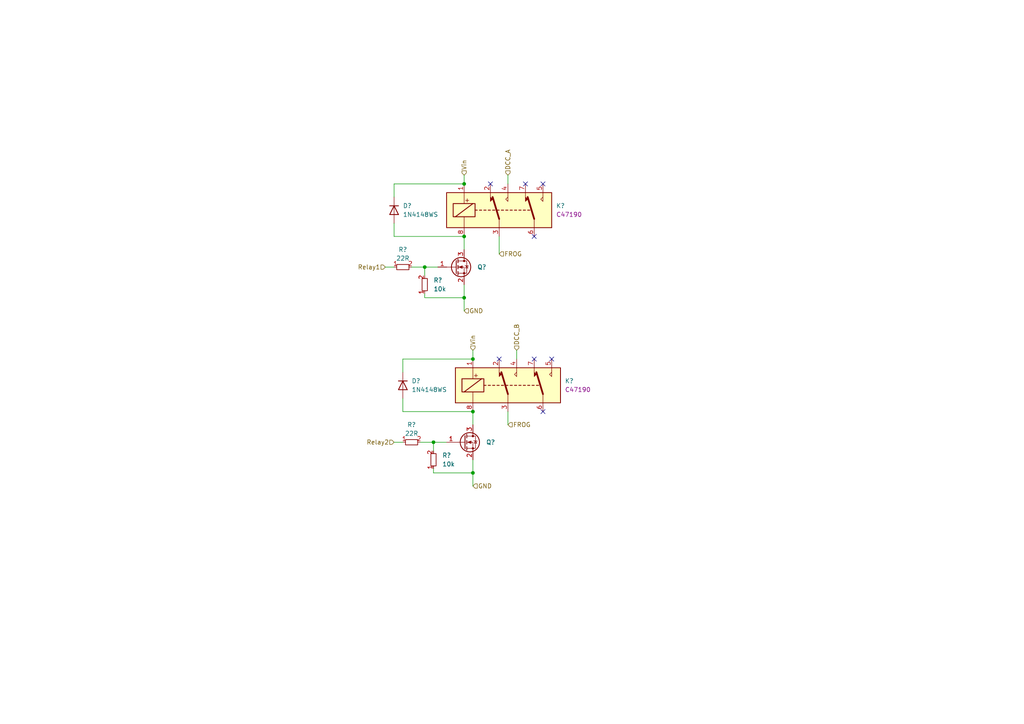
<source format=kicad_sch>
(kicad_sch (version 20230121) (generator eeschema)
  (paper "A4")
  (title_block (company "Train-Science"))
  (lib_symbols
    (symbol "custom_kicad_lib_sk:1N4148WS" (pin_numbers hide) (pin_names hide)
      (property "Reference" "D" (at 0 2.54 0))
      (property "Value" "1N4148WS" (at 0 -2.54 0))
      (symbol "1N4148WS_0_1"
        (polyline (pts (xy -1.27 1.27) (xy -1.27 -1.27)) (stroke (width 0.254)))
        (polyline (pts (xy 1.27 0) (xy -1.27 0)))
        (polyline (pts (xy 1.27 1.27) (xy 1.27 -1.27) (xy -1.27 0) (xy 1.27 1.27)) (stroke (width 0.254)))
      )
      (symbol "1N4148WS_1_1"
        (pin passive line (at -3.81 0 0) (length 2.54) (name "K") (number "1"))
        (pin passive line (at 3.81 0 180) (length 2.54) (name "A") (number "2"))
      )
    )
    (symbol "custom_kicad_lib_sk:AO3400A" (pin_names hide)
      (property "Reference" "Q" (at 5.08 1.905 0))
      (symbol "AO3400A_0_1"
        (polyline (pts (xy 0.254 0) (xy -2.54 0)))
        (polyline (pts (xy 0.254 1.905) (xy 0.254 -1.905)) (stroke (width 0.254)))
        (polyline (pts (xy 0.762 -1.27) (xy 0.762 -2.286)) (stroke (width 0.254)))
        (polyline (pts (xy 0.762 0.508) (xy 0.762 -0.508)) (stroke (width 0.254)))
        (polyline (pts (xy 0.762 2.286) (xy 0.762 1.27)) (stroke (width 0.254)))
        (polyline (pts (xy 2.54 2.54) (xy 2.54 1.778)))
        (polyline (pts (xy 2.54 -2.54) (xy 2.54 0) (xy 0.762 0)))
        (polyline (pts (xy 0.762 -1.778) (xy 3.302 -1.778) (xy 3.302 1.778) (xy 0.762 1.778)))
        (polyline (pts (xy 1.016 0) (xy 2.032 0.381) (xy 2.032 -0.381) (xy 1.016 0)) (fill (type outline)))
        (polyline (pts (xy 2.794 0.508) (xy 2.921 0.381) (xy 3.683 0.381) (xy 3.81 0.254)))
        (polyline (pts (xy 3.302 0.381) (xy 2.921 -0.254) (xy 3.683 -0.254) (xy 3.302 0.381)))
        (circle (center 1.651 0) (radius 2.794) (stroke (width 0.254)))
        (circle (center 2.54 -1.778) (radius 0.254) (fill (type outline)))
        (circle (center 2.54 1.778) (radius 0.254) (fill (type outline)))
      )
      (symbol "AO3400A_1_1"
        (pin input line (at -5.08 0 0) (length 2.54) (name "G") (number "1"))
        (pin passive line (at 2.54 -5.08 90) (length 2.54) (name "S") (number "2"))
        (pin passive line (at 2.54 5.08 270) (length 2.54) (name "D") (number "3"))
      )
    )
    (symbol "custom_kicad_lib_sk:G6K-2"
      (property "Reference" "K" (at 16.51 3.81 0))
      (property "JLCPCB Part#" "C47190" (at 0 0 0))
      (symbol "G6K-2_0_0"
        (text "+" (at -9.271 2.921 0) (effects (font (size 1.27 1.27))))
      )
      (symbol "G6K-2_0_1"
        (rectangle (start -15.24 5.08) (end 15.24 -5.08) (stroke (width 0.254)) (fill (type background)))
        (rectangle (start -13.335 1.905) (end -6.985 -1.905) (stroke (width 0.254)))
        (polyline (pts (xy -12.7 -1.905) (xy -7.62 1.905)) (stroke (width 0.254)))
        (polyline (pts (xy -10.16 -5.08) (xy -10.16 -1.905)))
        (polyline (pts (xy -10.16 5.08) (xy -10.16 1.905)))
        (polyline (pts (xy -6.985 0) (xy -6.35 0)) (stroke (width 0.254)))
        (polyline (pts (xy -5.715 0) (xy -5.08 0)) (stroke (width 0.254)))
        (polyline (pts (xy -4.445 0) (xy -3.81 0)) (stroke (width 0.254)))
        (polyline (pts (xy -3.175 0) (xy -2.54 0)) (stroke (width 0.254)))
        (polyline (pts (xy -1.905 0) (xy -1.27 0)) (stroke (width 0.254)))
        (polyline (pts (xy -0.635 0) (xy 0 0)) (stroke (width 0.254)))
        (polyline (pts (xy 0 -2.54) (xy -1.905 3.81)) (stroke (width 0.508)))
        (polyline (pts (xy 0 -2.54) (xy 0 -5.08)))
        (polyline (pts (xy 0.635 0) (xy 1.27 0)) (stroke (width 0.254)))
        (polyline (pts (xy 1.905 0) (xy 2.54 0)) (stroke (width 0.254)))
        (polyline (pts (xy 3.175 0) (xy 3.81 0)) (stroke (width 0.254)))
        (polyline (pts (xy 4.445 0) (xy 5.08 0)) (stroke (width 0.254)))
        (polyline (pts (xy 5.715 0) (xy 6.35 0)) (stroke (width 0.254)))
        (polyline (pts (xy 6.985 0) (xy 7.62 0)) (stroke (width 0.254)))
        (polyline (pts (xy 8.255 0) (xy 8.89 0)) (stroke (width 0.254)))
        (polyline (pts (xy 10.16 -2.54) (xy 8.255 3.81)) (stroke (width 0.508)))
        (polyline (pts (xy 10.16 -2.54) (xy 10.16 -5.08)))
        (polyline (pts (xy -2.54 5.08) (xy -2.54 2.54) (xy -1.905 3.175) (xy -2.54 3.81)) (fill (type outline)))
        (polyline (pts (xy 2.54 5.08) (xy 2.54 2.54) (xy 1.905 3.175) (xy 2.54 3.81)))
        (polyline (pts (xy 7.62 5.08) (xy 7.62 2.54) (xy 8.255 3.175) (xy 7.62 3.81)) (fill (type outline)))
        (polyline (pts (xy 12.7 5.08) (xy 12.7 2.54) (xy 12.065 3.175) (xy 12.7 3.81)))
      )
      (symbol "G6K-2_1_1"
        (pin passive line (at -10.16 7.62 270) (length 2.54) (name "~") (number "1"))
        (pin passive line (at -2.54 7.62 270) (length 2.54) (name "~") (number "2"))
        (pin passive line (at 0 -7.62 90) (length 2.54) (name "~") (number "3"))
        (pin passive line (at 2.54 7.62 270) (length 2.54) (name "~") (number "4"))
        (pin passive line (at 12.7 7.62 270) (length 2.54) (name "~") (number "5"))
        (pin passive line (at 10.16 -7.62 90) (length 2.54) (name "~") (number "6"))
        (pin passive line (at 7.62 7.62 270) (length 2.54) (name "~") (number "7"))
        (pin passive line (at -10.16 -7.62 90) (length 2.54) (name "~") (number "8"))
      )
    )
    (symbol "resistors_0603:R_10k_0603"
      (property "Reference" "R" (at 1.27 2.54 0))
      (property "Value" "10k" (at 2.54 -2.54 0))
      (symbol "R_10k_0603_0_1"
        (rectangle (start -0.762 1.778) (end 0.762 -1.778) (stroke (width 0.2032)))
      )
      (symbol "R_10k_0603_1_1"
        (pin passive line (at 0 2.54 270) (length 0.762) (name "~") (number "1"))
        (pin passive line (at 0 -2.54 90) (length 0.762) (name "~") (number "2"))
      )
    )
    (symbol "resistors_0603:R_22R_0603"
      (property "Reference" "R" (at 1.27 2.54 0))
      (property "Value" "22R" (at 2.54 -2.54 0))
      (symbol "R_22R_0603_0_1"
        (rectangle (start -0.762 1.778) (end 0.762 -1.778) (stroke (width 0.2032)))
      )
      (symbol "R_22R_0603_1_1"
        (pin passive line (at 0 2.54 270) (length 0.762) (name "~") (number "1"))
        (pin passive line (at 0 -2.54 90) (length 0.762) (name "~") (number "2"))
      )
    )
  )
  (junction (at 137.16 137.16))
  (junction (at 134.62 68.58))
  (junction (at 137.16 119.38))
  (junction (at 137.16 104.14))
  (junction (at 134.62 53.34))
  (junction (at 134.62 86.36))
  (junction (at 123.19 77.47))
  (junction (at 125.73 128.27))
  (no_connect (at 144.78 104.14))
  (no_connect (at 154.94 104.14))
  (no_connect (at 154.94 68.58))
  (no_connect (at 152.4 53.34))
  (no_connect (at 157.48 53.34))
  (no_connect (at 142.24 53.34))
  (no_connect (at 157.48 119.38))
  (no_connect (at 160.02 104.14))
  (wire (pts (xy 114.3 64.77) (xy 114.3 68.58)))
  (wire (pts (xy 123.19 86.36) (xy 134.62 86.36)))
  (wire (pts (xy 125.73 137.16) (xy 125.73 135.89)))
  (wire (pts (xy 125.73 128.27) (xy 129.54 128.27)))
  (wire (pts (xy 111.76 77.47) (xy 114.3 77.47)))
  (wire (pts (xy 123.19 86.36) (xy 123.19 85.09)))
  (wire (pts (xy 134.62 53.34) (xy 114.3 53.34)))
  (wire (pts (xy 116.84 104.14) (xy 116.84 107.95)))
  (wire (pts (xy 121.92 128.27) (xy 125.73 128.27)))
  (wire (pts (xy 137.16 140.97) (xy 137.16 137.16)))
  (wire (pts (xy 134.62 50.8) (xy 134.62 53.34)))
  (wire (pts (xy 134.62 90.17) (xy 134.62 86.36)))
  (wire (pts (xy 116.84 119.38) (xy 137.16 119.38)))
  (wire (pts (xy 123.19 77.47) (xy 127 77.47)))
  (wire (pts (xy 134.62 68.58) (xy 134.62 72.39)))
  (wire (pts (xy 147.32 119.38) (xy 147.32 123.19)))
  (wire (pts (xy 114.3 68.58) (xy 134.62 68.58)))
  (wire (pts (xy 137.16 104.14) (xy 116.84 104.14)))
  (wire (pts (xy 147.32 50.8) (xy 147.32 53.34)))
  (wire (pts (xy 134.62 82.55) (xy 134.62 86.36)))
  (wire (pts (xy 125.73 128.27) (xy 125.73 130.81)))
  (wire (pts (xy 137.16 119.38) (xy 137.16 123.19)))
  (wire (pts (xy 114.3 53.34) (xy 114.3 57.15)))
  (wire (pts (xy 116.84 115.57) (xy 116.84 119.38)))
  (wire (pts (xy 123.19 77.47) (xy 123.19 80.01)))
  (wire (pts (xy 144.78 68.58) (xy 144.78 73.66)))
  (wire (pts (xy 119.38 77.47) (xy 123.19 77.47)))
  (wire (pts (xy 114.3 128.27) (xy 116.84 128.27)))
  (wire (pts (xy 137.16 133.35) (xy 137.16 137.16)))
  (wire (pts (xy 137.16 101.6) (xy 137.16 104.14)))
  (wire (pts (xy 149.86 101.6) (xy 149.86 104.14)))
  (wire (pts (xy 125.73 137.16) (xy 137.16 137.16)))
  (hierarchical_label "DCC_B" (shape input) (at 149.86 101.6 90))
  (hierarchical_label "Relay2" (shape input) (at 114.3 128.27 180))
  (hierarchical_label "GND" (shape input) (at 134.62 90.17 0))
  (hierarchical_label "GND" (shape input) (at 137.16 140.97 0))
  (hierarchical_label "DCC_A" (shape input) (at 147.32 50.8 90))
  (hierarchical_label "FROG" (shape input) (at 147.32 123.19 0))
  (hierarchical_label "Vin" (shape input) (at 134.62 50.8 90))
  (hierarchical_label "Vin" (shape input) (at 137.16 101.6 90))
  (hierarchical_label "FROG" (shape input) (at 144.78 73.66 0))
  (hierarchical_label "Relay1" (shape input) (at 111.76 77.47 180))
  (symbol (lib_id "resistors_0603:R_10k_0603") (at 125.73 133.35 180) (unit 1)
    (property "Reference" "R?" (at 128.27 132.08 0) (effects (justify right)))
    (property "Value" "10k" (at 128.27 134.62 0) (effects (justify right)))
    (property "Footprint" "custom_kicad_lib_sk:R_0603_smalltext" (effects hide))
    (property "JLCPCB Part#" "C25804" (effects hide))
    (instances (project "OS-ServoDriver" (path "" (reference "R?") (unit 1)) (path "" (reference "R804") (unit 1)) (path "" (reference "R907") (unit 1)) (path "" (reference "R1004") (unit 1)) (path "" (reference "R1104") (unit 1))))
  )
  (symbol (lib_id "resistors_0603:R_22R_0603") (at 119.38 128.27 90) (unit 1)
    (property "Reference" "R?" (at 119.38 123.19 90))
    (property "Value" "22R" (at 119.38 125.73 90))
    (property "Footprint" "custom_kicad_lib_sk:R_0603_smalltext" (effects hide))
    (property "JLCPCB Part#" "C23345" (effects hide))
    (instances (project "OS-ServoDriver" (path "" (reference "R?") (unit 1)) (path "" (reference "R802") (unit 1)) (path "" (reference "R905") (unit 1)) (path "" (reference "R1002") (unit 1)) (path "" (reference "R1102") (unit 1))))
  )
  (symbol (lib_id "resistors_0603:R_22R_0603") (at 116.84 77.47 90) (unit 1)
    (property "Reference" "R?" (at 116.84 72.39 90))
    (property "Value" "22R" (at 116.84 74.93 90))
    (property "Footprint" "custom_kicad_lib_sk:R_0603_smalltext" (effects hide))
    (property "JLCPCB Part#" "C23345" (effects hide))
    (instances (project "OS-ServoDriver" (path "" (reference "R?") (unit 1)) (path "" (reference "R801") (unit 1)) (path "" (reference "R904") (unit 1)) (path "" (reference "R1001") (unit 1)) (path "" (reference "R1101") (unit 1))))
  )
  (symbol (lib_id "custom_kicad_lib_sk:1N4148WS") (at 114.3 60.96 270) (unit 1)
    (property "Reference" "D?" (at 116.84 59.69 90) (effects (justify left)))
    (property "Value" "1N4148WS" (at 116.84 62.23 90) (effects (justify left)))
    (property "Footprint" "Diode_SMD:D_SOD-323" (effects hide))
    (property "Datasheet" "https://www.vishay.com/docs/85751/1n4148ws.pdf" (effects hide))
    (property "Sim.Device" "D" (effects hide))
    (property "Sim.Pins" "1=K 2=A" (effects hide))
    (property "JLCPCB Part#" "C2128" (effects hide))
    (instances (project "OS-ServoDriver" (path "" (reference "D?") (unit 1)) (path "" (reference "D801") (unit 1)) (path "" (reference "D901") (unit 1)) (path "" (reference "D1001") (unit 1)) (path "" (reference "D1101") (unit 1))))
  )
  (symbol (lib_id "custom_kicad_lib_sk:1N4148WS") (at 116.84 111.76 270) (unit 1)
    (property "Reference" "D?" (at 119.38 110.49 90) (effects (justify left)))
    (property "Value" "1N4148WS" (at 119.38 113.03 90) (effects (justify left)))
    (property "Footprint" "Diode_SMD:D_SOD-323" (effects hide))
    (property "Datasheet" "https://www.vishay.com/docs/85751/1n4148ws.pdf" (effects hide))
    (property "Sim.Device" "D" (effects hide))
    (property "Sim.Pins" "1=K 2=A" (effects hide))
    (property "JLCPCB Part#" "C2128" (effects hide))
    (instances (project "OS-ServoDriver" (path "" (reference "D?") (unit 1)) (path "" (reference "D802") (unit 1)) (path "" (reference "D902") (unit 1)) (path "" (reference "D1002") (unit 1)) (path "" (reference "D1102") (unit 1))))
  )
  (symbol (lib_id "custom_kicad_lib_sk:G6K-2") (at 144.78 60.96 0) (unit 1)
    (property "Reference" "K?" (at 161.29 59.69 0) (effects (justify left)))
    (property "Value" "G6K-2F-Y-TR DC5" (effects hide))
    (property "Footprint" "Relay_SMD:Relay_DPDT_Omron_G6K-2F-Y" (effects hide))
    (property "Datasheet" "http://omronfs.omron.com/en_US/ecb/products/pdf/en-g6k.pdf" (effects hide))
    (property "JLCPCB Part#" "C47190" (at 161.29 62.23 0) (effects (justify left)))
    (instances (project "OS-ServoDriver" (path "" (reference "K?") (unit 1)) (path "" (reference "K801") (unit 1)) (path "" (reference "K901") (unit 1)) (path "" (reference "K1001") (unit 1)) (path "" (reference "K1101") (unit 1))))
  )
  (symbol (lib_id "custom_kicad_lib_sk:G6K-2") (at 147.32 111.76 0) (unit 1)
    (property "Reference" "K?" (at 163.83 110.49 0) (effects (justify left)))
    (property "Value" "G6K-2F-Y-TR DC5" (effects hide))
    (property "Footprint" "Relay_SMD:Relay_DPDT_Omron_G6K-2F-Y" (effects hide))
    (property "Datasheet" "http://omronfs.omron.com/en_US/ecb/products/pdf/en-g6k.pdf" (effects hide))
    (property "JLCPCB Part#" "C47190" (at 163.83 113.03 0) (effects (justify left)))
    (instances (project "OS-ServoDriver" (path "" (reference "K?") (unit 1)) (path "" (reference "K802") (unit 1)) (path "" (reference "K902") (unit 1)) (path "" (reference "K1002") (unit 1)) (path "" (reference "K1102") (unit 1))))
  )
  (symbol (lib_id "custom_kicad_lib_sk:AO3400A") (at 134.62 128.27 0) (unit 1)
    (property "Reference" "Q?" (at 140.97 128.27 0) (effects (font (size 1.28 1.28)) (justify left)))
    (property "Value" "AO3400A" (effects hide))
    (property "Footprint" "Package_TO_SOT_SMD:SOT-23" (effects hide))
    (property "Datasheet" "http://www.aosmd.com/pdfs/datasheet/AO3400A.pdf" (effects hide))
    (property "JLCPCB Part#" "C20917" (effects hide))
    (instances (project "OS-ServoDriver" (path "" (reference "Q?") (unit 1)) (path "" (reference "Q802") (unit 1)) (path "" (reference "Q902") (unit 1)) (path "" (reference "Q1002") (unit 1)) (path "" (reference "Q1102") (unit 1))))
  )
  (symbol (lib_id "resistors_0603:R_10k_0603") (at 123.19 82.55 180) (unit 1)
    (property "Reference" "R?" (at 125.73 81.28 0) (effects (justify right)))
    (property "Value" "10k" (at 125.73 83.82 0) (effects (justify right)))
    (property "Footprint" "custom_kicad_lib_sk:R_0603_smalltext" (effects hide))
    (property "JLCPCB Part#" "C25804" (effects hide))
    (instances (project "OS-ServoDriver" (path "" (reference "R?") (unit 1)) (path "" (reference "R803") (unit 1)) (path "" (reference "R906") (unit 1)) (path "" (reference "R1003") (unit 1)) (path "" (reference "R1103") (unit 1))))
  )
  (symbol (lib_id "custom_kicad_lib_sk:AO3400A") (at 132.08 77.47 0) (unit 1)
    (property "Reference" "Q?" (at 138.43 77.47 0) (effects (font (size 1.28 1.28)) (justify left)))
    (property "Value" "AO3400A" (effects hide))
    (property "Footprint" "Package_TO_SOT_SMD:SOT-23" (effects hide))
    (property "Datasheet" "http://www.aosmd.com/pdfs/datasheet/AO3400A.pdf" (effects hide))
    (property "JLCPCB Part#" "C20917" (effects hide))
    (instances (project "OS-ServoDriver" (path "" (reference "Q?") (unit 1)) (path "" (reference "Q801") (unit 1)) (path "" (reference "Q901") (unit 1)) (path "" (reference "Q1001") (unit 1)) (path "" (reference "Q1101") (unit 1))))
  )
)
</source>
